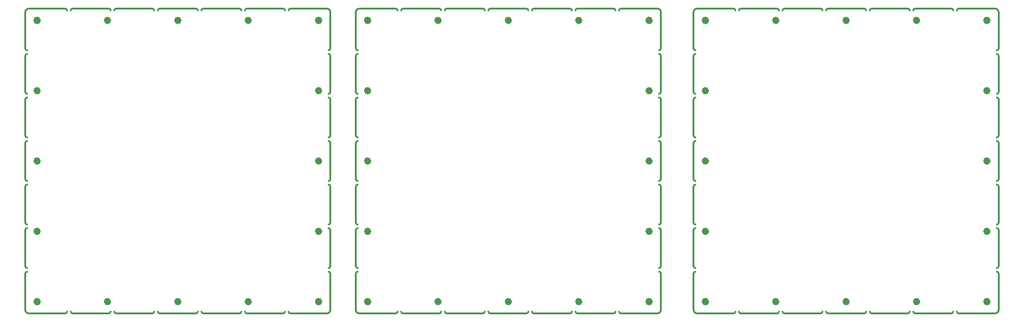
<source format=gbr>
%TF.GenerationSoftware,KiCad,Pcbnew,(6.0.6)*%
%TF.CreationDate,2022-07-03T21:37:38+02:00*%
%TF.ProjectId,stencil,7374656e-6369-46c2-9e6b-696361645f70,rev?*%
%TF.SameCoordinates,Original*%
%TF.FileFunction,Paste,Bot*%
%TF.FilePolarity,Positive*%
%FSLAX46Y46*%
G04 Gerber Fmt 4.6, Leading zero omitted, Abs format (unit mm)*
G04 Created by KiCad (PCBNEW (6.0.6)) date 2022-07-03 21:37:38*
%MOMM*%
%LPD*%
G01*
G04 APERTURE LIST*
%ADD10C,0.500000*%
%ADD11C,1.050000*%
%ADD12C,1.000000*%
G04 APERTURE END LIST*
D10*
X96000000Y-59000000D02*
G75*
G03*
X95500000Y-58500000I-500000J0D01*
G01*
X231000000Y-130000000D02*
G75*
G03*
X231500000Y-129500000I7J499993D01*
G01*
X267500014Y-46500000D02*
G75*
G03*
X267000000Y-46000000I-500007J-7D01*
G01*
X103500000Y-82500000D02*
G75*
G03*
X103000000Y-83000000I7J-500007D01*
G01*
X103500000Y-94500000D02*
G75*
G03*
X103000000Y-95000000I7J-500007D01*
G01*
X164000000Y-46000000D02*
X174000000Y-46000000D01*
D11*
X93275000Y-126750000D02*
G75*
G03*
X93275000Y-126750000I-525000J0D01*
G01*
D10*
X96000000Y-95000000D02*
G75*
G03*
X95500000Y-94500000I-500000J0D01*
G01*
X12000000Y-71000000D02*
X12000000Y-81000000D01*
D11*
X277275000Y-49250000D02*
G75*
G03*
X277275000Y-49250000I-525000J0D01*
G01*
D10*
X268500014Y-129500000D02*
G75*
G03*
X269000000Y-130000000I499993J-7D01*
G01*
X280000000Y-83000000D02*
X280000000Y-93000000D01*
X95000000Y-130000000D02*
G75*
G03*
X96000000Y-129000000I0J1000000D01*
G01*
X36500000Y-129500000D02*
G75*
G03*
X37000000Y-130000000I500000J0D01*
G01*
X47000000Y-130000000D02*
G75*
G03*
X47500000Y-129500000I0J500000D01*
G01*
X35500000Y-46500000D02*
G75*
G03*
X35000000Y-46000000I-500000J0D01*
G01*
X187000014Y-119000000D02*
G75*
G03*
X186500000Y-118500000I-500007J-7D01*
G01*
D12*
X277250000Y-68625000D02*
G75*
G03*
X277250000Y-68625000I-500000J0D01*
G01*
D10*
X96000000Y-71000000D02*
X96000000Y-81000000D01*
X269000000Y-130000000D02*
X279000000Y-130000000D01*
D12*
X73875000Y-126750000D02*
G75*
G03*
X73875000Y-126750000I-500000J0D01*
G01*
D11*
X106775000Y-49250000D02*
G75*
G03*
X106775000Y-49250000I-525000J0D01*
G01*
D10*
X221000000Y-46000000D02*
G75*
G03*
X220500000Y-46500000I7J-500007D01*
G01*
X49000000Y-46000000D02*
X59000000Y-46000000D01*
X47500000Y-46500000D02*
G75*
G03*
X47000000Y-46000000I-500000J0D01*
G01*
X12000000Y-93000000D02*
G75*
G03*
X12500000Y-93500000I500000J0D01*
G01*
X104000000Y-46000000D02*
G75*
G03*
X103000000Y-47000000I7J-1000007D01*
G01*
X196000014Y-69000000D02*
G75*
G03*
X196500000Y-69500000I499993J-7D01*
G01*
X280000000Y-95000000D02*
X280000000Y-105000000D01*
X128000000Y-46000000D02*
G75*
G03*
X127500000Y-46500000I7J-500007D01*
G01*
X187000014Y-71000000D02*
G75*
G03*
X186500000Y-70500000I-500007J-7D01*
G01*
X232500014Y-129500000D02*
G75*
G03*
X233000000Y-130000000I499993J-7D01*
G01*
X103000000Y-95000000D02*
X103000000Y-105000000D01*
X35000000Y-130000000D02*
G75*
G03*
X35500000Y-129500000I0J500000D01*
G01*
D12*
X15750000Y-68625000D02*
G75*
G03*
X15750000Y-68625000I-500000J0D01*
G01*
X164875000Y-49250000D02*
G75*
G03*
X164875000Y-49250000I-500000J0D01*
G01*
D10*
X140000000Y-46000000D02*
X150000000Y-46000000D01*
X244500014Y-129500000D02*
G75*
G03*
X245000000Y-130000000I499993J-7D01*
G01*
X96000000Y-47000000D02*
G75*
G03*
X95000000Y-46000000I-1000000J0D01*
G01*
X83500000Y-46500000D02*
G75*
G03*
X83000000Y-46000000I-500000J0D01*
G01*
X219500014Y-46500000D02*
G75*
G03*
X219000000Y-46000000I-500007J-7D01*
G01*
D11*
X199775000Y-49250000D02*
G75*
G03*
X199775000Y-49250000I-525000J0D01*
G01*
D10*
X73000000Y-130000000D02*
X83000000Y-130000000D01*
X176000000Y-46000000D02*
G75*
G03*
X175500000Y-46500000I7J-500007D01*
G01*
X233000000Y-130000000D02*
X243000000Y-130000000D01*
X280000000Y-107000000D02*
X280000000Y-117000000D01*
X196500000Y-82500000D02*
G75*
G03*
X196000000Y-83000000I7J-500007D01*
G01*
D12*
X257875000Y-126750000D02*
G75*
G03*
X257875000Y-126750000I-500000J0D01*
G01*
D10*
X221000000Y-46000000D02*
X231000000Y-46000000D01*
X233000000Y-46000000D02*
G75*
G03*
X232500000Y-46500000I7J-500007D01*
G01*
X96000000Y-119000000D02*
X96000000Y-129000000D01*
X104000000Y-46000000D02*
X114000000Y-46000000D01*
X280000000Y-47000000D02*
X280000000Y-57000000D01*
X116000000Y-130000000D02*
X126000000Y-130000000D01*
D12*
X164875000Y-126750000D02*
G75*
G03*
X164875000Y-126750000I-500000J0D01*
G01*
D10*
X12000000Y-129000000D02*
G75*
G03*
X13000000Y-130000000I1000000J0D01*
G01*
X13000000Y-46000000D02*
G75*
G03*
X12000000Y-47000000I0J-1000000D01*
G01*
X187000000Y-95000000D02*
X187000000Y-105000000D01*
X231500014Y-46500000D02*
G75*
G03*
X231000000Y-46000000I-500007J-7D01*
G01*
X174000000Y-130000000D02*
G75*
G03*
X174500000Y-129500000I7J499993D01*
G01*
X196000014Y-129000000D02*
G75*
G03*
X197000000Y-130000000I999993J-7D01*
G01*
X84500000Y-129500000D02*
G75*
G03*
X85000000Y-130000000I500000J0D01*
G01*
D11*
X277275000Y-126750000D02*
G75*
G03*
X277275000Y-126750000I-525000J0D01*
G01*
D10*
X12000000Y-69000000D02*
G75*
G03*
X12500000Y-69500000I500000J0D01*
G01*
X257000000Y-130000000D02*
X267000000Y-130000000D01*
D12*
X219125000Y-126750000D02*
G75*
G03*
X219125000Y-126750000I-500000J0D01*
G01*
D10*
X37000000Y-46000000D02*
X47000000Y-46000000D01*
X116000000Y-46000000D02*
G75*
G03*
X115500000Y-46500000I7J-500007D01*
G01*
X127500014Y-129500000D02*
G75*
G03*
X128000000Y-130000000I499993J-7D01*
G01*
X187000000Y-71000000D02*
X187000000Y-81000000D01*
D12*
X15750000Y-88000000D02*
G75*
G03*
X15750000Y-88000000I-500000J0D01*
G01*
D10*
X103000014Y-117000000D02*
G75*
G03*
X103500000Y-117500000I499993J-7D01*
G01*
X12500000Y-58500000D02*
G75*
G03*
X12000000Y-59000000I0J-500000D01*
G01*
X85000000Y-130000000D02*
X95000000Y-130000000D01*
X95500000Y-57500000D02*
G75*
G03*
X96000000Y-57000000I0J500000D01*
G01*
D12*
X54500000Y-126750000D02*
G75*
G03*
X54500000Y-126750000I-500000J0D01*
G01*
D10*
X103000000Y-59000000D02*
X103000000Y-69000000D01*
X196500000Y-106500000D02*
G75*
G03*
X196000000Y-107000000I7J-500007D01*
G01*
X12000000Y-81000000D02*
G75*
G03*
X12500000Y-81500000I500000J0D01*
G01*
X12500000Y-82500000D02*
G75*
G03*
X12000000Y-83000000I0J-500000D01*
G01*
X37000000Y-46000000D02*
G75*
G03*
X36500000Y-46500000I0J-500000D01*
G01*
X280000000Y-119000000D02*
X280000000Y-129000000D01*
X209000000Y-46000000D02*
G75*
G03*
X208500000Y-46500000I7J-500007D01*
G01*
X196500000Y-58500000D02*
G75*
G03*
X196000000Y-59000000I7J-500007D01*
G01*
D12*
X35125000Y-49250000D02*
G75*
G03*
X35125000Y-49250000I-500000J0D01*
G01*
D10*
X197000000Y-130000000D02*
X207000000Y-130000000D01*
X279500000Y-117500000D02*
G75*
G03*
X280000000Y-117000000I7J499993D01*
G01*
X280000014Y-119000000D02*
G75*
G03*
X279500000Y-118500000I-500007J-7D01*
G01*
X13000000Y-130000000D02*
X23000000Y-130000000D01*
D12*
X277250000Y-88000000D02*
G75*
G03*
X277250000Y-88000000I-500000J0D01*
G01*
D10*
X103000000Y-71000000D02*
X103000000Y-81000000D01*
X103000000Y-47000000D02*
X103000000Y-57000000D01*
X23500000Y-46500000D02*
G75*
G03*
X23000000Y-46000000I-500000J0D01*
G01*
X151500014Y-129500000D02*
G75*
G03*
X152000000Y-130000000I499993J-7D01*
G01*
X37000000Y-130000000D02*
X47000000Y-130000000D01*
X12500000Y-70500000D02*
G75*
G03*
X12000000Y-71000000I0J-500000D01*
G01*
X163500014Y-129500000D02*
G75*
G03*
X164000000Y-130000000I499993J-7D01*
G01*
X280000014Y-47000000D02*
G75*
G03*
X279000000Y-46000000I-1000007J-7D01*
G01*
X279000000Y-130000000D02*
G75*
G03*
X280000000Y-129000000I7J999993D01*
G01*
X187000014Y-95000000D02*
G75*
G03*
X186500000Y-94500000I-500007J-7D01*
G01*
X187000000Y-119000000D02*
X187000000Y-129000000D01*
X186500000Y-105500000D02*
G75*
G03*
X187000000Y-105000000I7J499993D01*
G01*
X25000000Y-130000000D02*
X35000000Y-130000000D01*
X114000000Y-130000000D02*
G75*
G03*
X114500000Y-129500000I7J499993D01*
G01*
D12*
X199750000Y-68625000D02*
G75*
G03*
X199750000Y-68625000I-500000J0D01*
G01*
X93250000Y-88000000D02*
G75*
G03*
X93250000Y-88000000I-500000J0D01*
G01*
X257875000Y-49250000D02*
G75*
G03*
X257875000Y-49250000I-500000J0D01*
G01*
D10*
X186500000Y-69500000D02*
G75*
G03*
X187000000Y-69000000I7J499993D01*
G01*
X12000000Y-107000000D02*
X12000000Y-117000000D01*
X280000014Y-59000000D02*
G75*
G03*
X279500000Y-58500000I-500007J-7D01*
G01*
X152000000Y-130000000D02*
X162000000Y-130000000D01*
X73000000Y-46000000D02*
G75*
G03*
X72500000Y-46500000I0J-500000D01*
G01*
X103000014Y-69000000D02*
G75*
G03*
X103500000Y-69500000I499993J-7D01*
G01*
X96000000Y-59000000D02*
X96000000Y-69000000D01*
X95500000Y-69500000D02*
G75*
G03*
X96000000Y-69000000I0J500000D01*
G01*
X196000000Y-107000000D02*
X196000000Y-117000000D01*
X187000000Y-59000000D02*
X187000000Y-69000000D01*
X197000000Y-46000000D02*
X207000000Y-46000000D01*
D12*
X184250000Y-68625000D02*
G75*
G03*
X184250000Y-68625000I-500000J0D01*
G01*
D10*
X96000000Y-71000000D02*
G75*
G03*
X95500000Y-70500000I-500000J0D01*
G01*
X209000000Y-130000000D02*
X219000000Y-130000000D01*
X12000000Y-47000000D02*
X12000000Y-57000000D01*
D12*
X238500000Y-126750000D02*
G75*
G03*
X238500000Y-126750000I-500000J0D01*
G01*
D10*
X138500014Y-46500000D02*
G75*
G03*
X138000000Y-46000000I-500007J-7D01*
G01*
X269000000Y-46000000D02*
G75*
G03*
X268500000Y-46500000I7J-500007D01*
G01*
X245000000Y-130000000D02*
X255000000Y-130000000D01*
X115500014Y-129500000D02*
G75*
G03*
X116000000Y-130000000I499993J-7D01*
G01*
X138000000Y-130000000D02*
G75*
G03*
X138500000Y-129500000I7J499993D01*
G01*
X186500000Y-117500000D02*
G75*
G03*
X187000000Y-117000000I7J499993D01*
G01*
X176000000Y-130000000D02*
X186000000Y-130000000D01*
D12*
X106750000Y-88000000D02*
G75*
G03*
X106750000Y-88000000I-500000J0D01*
G01*
D10*
X12000000Y-105000000D02*
G75*
G03*
X12500000Y-105500000I500000J0D01*
G01*
X245000000Y-46000000D02*
X255000000Y-46000000D01*
D11*
X199775000Y-126750000D02*
G75*
G03*
X199775000Y-126750000I-525000J0D01*
G01*
D10*
X103000014Y-105000000D02*
G75*
G03*
X103500000Y-105500000I499993J-7D01*
G01*
X196000014Y-105000000D02*
G75*
G03*
X196500000Y-105500000I499993J-7D01*
G01*
X12500000Y-118500000D02*
G75*
G03*
X12000000Y-119000000I0J-500000D01*
G01*
X25000000Y-46000000D02*
G75*
G03*
X24500000Y-46500000I0J-500000D01*
G01*
X233000000Y-46000000D02*
X243000000Y-46000000D01*
D12*
X126125000Y-126750000D02*
G75*
G03*
X126125000Y-126750000I-500000J0D01*
G01*
X199750000Y-107375000D02*
G75*
G03*
X199750000Y-107375000I-500000J0D01*
G01*
X277250000Y-107375000D02*
G75*
G03*
X277250000Y-107375000I-500000J0D01*
G01*
X54500000Y-49250000D02*
G75*
G03*
X54500000Y-49250000I-500000J0D01*
G01*
D10*
X279500000Y-93500000D02*
G75*
G03*
X280000000Y-93000000I7J499993D01*
G01*
X196500000Y-70500000D02*
G75*
G03*
X196000000Y-71000000I7J-500007D01*
G01*
X12000000Y-117000000D02*
G75*
G03*
X12500000Y-117500000I500000J0D01*
G01*
X103000000Y-83000000D02*
X103000000Y-93000000D01*
X12000000Y-59000000D02*
X12000000Y-69000000D01*
X59500000Y-46500000D02*
G75*
G03*
X59000000Y-46000000I-500000J0D01*
G01*
X12500000Y-94500000D02*
G75*
G03*
X12000000Y-95000000I0J-500000D01*
G01*
X126500014Y-46500000D02*
G75*
G03*
X126000000Y-46000000I-500007J-7D01*
G01*
D12*
X238500000Y-49250000D02*
G75*
G03*
X238500000Y-49250000I-500000J0D01*
G01*
D11*
X93275000Y-49250000D02*
G75*
G03*
X93275000Y-49250000I-525000J0D01*
G01*
D10*
X25000000Y-46000000D02*
X35000000Y-46000000D01*
X280000014Y-107000000D02*
G75*
G03*
X279500000Y-106500000I-500007J-7D01*
G01*
X197000000Y-46000000D02*
G75*
G03*
X196000000Y-47000000I7J-1000007D01*
G01*
X95500000Y-93500000D02*
G75*
G03*
X96000000Y-93000000I0J500000D01*
G01*
X255500014Y-46500000D02*
G75*
G03*
X255000000Y-46000000I-500007J-7D01*
G01*
X96000000Y-83000000D02*
G75*
G03*
X95500000Y-82500000I-500000J0D01*
G01*
X220500014Y-129500000D02*
G75*
G03*
X221000000Y-130000000I499993J-7D01*
G01*
X128000000Y-130000000D02*
X138000000Y-130000000D01*
X279500000Y-105500000D02*
G75*
G03*
X280000000Y-105000000I7J499993D01*
G01*
X139500014Y-129500000D02*
G75*
G03*
X140000000Y-130000000I499993J-7D01*
G01*
X96000000Y-107000000D02*
G75*
G03*
X95500000Y-106500000I-500000J0D01*
G01*
X103500000Y-118500000D02*
G75*
G03*
X103000000Y-119000000I7J-500007D01*
G01*
D12*
X93250000Y-68625000D02*
G75*
G03*
X93250000Y-68625000I-500000J0D01*
G01*
D10*
X150000000Y-130000000D02*
G75*
G03*
X150500000Y-129500000I7J499993D01*
G01*
X95500000Y-117500000D02*
G75*
G03*
X96000000Y-117000000I0J500000D01*
G01*
X186500000Y-93500000D02*
G75*
G03*
X187000000Y-93000000I7J499993D01*
G01*
X196000000Y-119000000D02*
X196000000Y-129000000D01*
X164000000Y-130000000D02*
X174000000Y-130000000D01*
X187000014Y-107000000D02*
G75*
G03*
X186500000Y-106500000I-500007J-7D01*
G01*
X71000000Y-130000000D02*
G75*
G03*
X71500000Y-129500000I0J500000D01*
G01*
X196000000Y-59000000D02*
X196000000Y-69000000D01*
X243000000Y-130000000D02*
G75*
G03*
X243500000Y-129500000I7J499993D01*
G01*
X103000000Y-119000000D02*
X103000000Y-129000000D01*
X176000000Y-46000000D02*
X186000000Y-46000000D01*
X207000000Y-130000000D02*
G75*
G03*
X207500000Y-129500000I7J499993D01*
G01*
X104000000Y-130000000D02*
X114000000Y-130000000D01*
X61000000Y-46000000D02*
X71000000Y-46000000D01*
X73000000Y-46000000D02*
X83000000Y-46000000D01*
X280000000Y-71000000D02*
X280000000Y-81000000D01*
X175500014Y-129500000D02*
G75*
G03*
X176000000Y-130000000I499993J-7D01*
G01*
X103500000Y-58500000D02*
G75*
G03*
X103000000Y-59000000I7J-500007D01*
G01*
D12*
X15750000Y-107375000D02*
G75*
G03*
X15750000Y-107375000I-500000J0D01*
G01*
D10*
X162000000Y-130000000D02*
G75*
G03*
X162500000Y-129500000I7J499993D01*
G01*
X221000000Y-130000000D02*
X231000000Y-130000000D01*
X12000000Y-119000000D02*
X12000000Y-129000000D01*
D11*
X106775000Y-126750000D02*
G75*
G03*
X106775000Y-126750000I-525000J0D01*
G01*
D12*
X126125000Y-49250000D02*
G75*
G03*
X126125000Y-49250000I-500000J0D01*
G01*
D10*
X152000000Y-46000000D02*
X162000000Y-46000000D01*
X103000014Y-93000000D02*
G75*
G03*
X103500000Y-93500000I499993J-7D01*
G01*
X196000000Y-95000000D02*
X196000000Y-105000000D01*
X96000000Y-47000000D02*
X96000000Y-57000000D01*
X49000000Y-46000000D02*
G75*
G03*
X48500000Y-46500000I0J-500000D01*
G01*
X279500000Y-57500000D02*
G75*
G03*
X280000000Y-57000000I7J499993D01*
G01*
X280000014Y-83000000D02*
G75*
G03*
X279500000Y-82500000I-500007J-7D01*
G01*
X24500000Y-129500000D02*
G75*
G03*
X25000000Y-130000000I500000J0D01*
G01*
X152000000Y-46000000D02*
G75*
G03*
X151500000Y-46500000I7J-500007D01*
G01*
X72500000Y-129500000D02*
G75*
G03*
X73000000Y-130000000I500000J0D01*
G01*
X103000000Y-107000000D02*
X103000000Y-117000000D01*
X196500000Y-94500000D02*
G75*
G03*
X196000000Y-95000000I7J-500007D01*
G01*
X103500000Y-106500000D02*
G75*
G03*
X103000000Y-107000000I7J-500007D01*
G01*
X255000000Y-130000000D02*
G75*
G03*
X255500000Y-129500000I7J499993D01*
G01*
X48500000Y-129500000D02*
G75*
G03*
X49000000Y-130000000I500000J0D01*
G01*
D12*
X106750000Y-68625000D02*
G75*
G03*
X106750000Y-68625000I-500000J0D01*
G01*
D11*
X184275000Y-126750000D02*
G75*
G03*
X184275000Y-126750000I-525000J0D01*
G01*
D10*
X243500014Y-46500000D02*
G75*
G03*
X243000000Y-46000000I-500007J-7D01*
G01*
X209000000Y-46000000D02*
X219000000Y-46000000D01*
X150500014Y-46500000D02*
G75*
G03*
X150000000Y-46000000I-500007J-7D01*
G01*
X280000014Y-95000000D02*
G75*
G03*
X279500000Y-94500000I-500007J-7D01*
G01*
X96000000Y-83000000D02*
X96000000Y-93000000D01*
X85000000Y-46000000D02*
X95000000Y-46000000D01*
X126000000Y-130000000D02*
G75*
G03*
X126500000Y-129500000I7J499993D01*
G01*
X59000000Y-130000000D02*
G75*
G03*
X59500000Y-129500000I0J500000D01*
G01*
X49000000Y-130000000D02*
X59000000Y-130000000D01*
X267000000Y-130000000D02*
G75*
G03*
X267500000Y-129500000I7J499993D01*
G01*
X187000000Y-83000000D02*
X187000000Y-93000000D01*
D12*
X184250000Y-88000000D02*
G75*
G03*
X184250000Y-88000000I-500000J0D01*
G01*
X184250000Y-107375000D02*
G75*
G03*
X184250000Y-107375000I-500000J0D01*
G01*
D10*
X280000014Y-71000000D02*
G75*
G03*
X279500000Y-70500000I-500007J-7D01*
G01*
X196000000Y-47000000D02*
X196000000Y-57000000D01*
D12*
X145500000Y-49250000D02*
G75*
G03*
X145500000Y-49250000I-500000J0D01*
G01*
D10*
X61000000Y-46000000D02*
G75*
G03*
X60500000Y-46500000I0J-500000D01*
G01*
X95500000Y-81500000D02*
G75*
G03*
X96000000Y-81000000I0J500000D01*
G01*
X269000000Y-46000000D02*
X279000000Y-46000000D01*
D12*
X219125000Y-49250000D02*
G75*
G03*
X219125000Y-49250000I-500000J0D01*
G01*
D10*
X116000000Y-46000000D02*
X126000000Y-46000000D01*
X96000000Y-119000000D02*
G75*
G03*
X95500000Y-118500000I-500000J0D01*
G01*
X187000014Y-83000000D02*
G75*
G03*
X186500000Y-82500000I-500007J-7D01*
G01*
X162500014Y-46500000D02*
G75*
G03*
X162000000Y-46000000I-500007J-7D01*
G01*
X245000000Y-46000000D02*
G75*
G03*
X244500000Y-46500000I7J-500007D01*
G01*
X196000014Y-81000000D02*
G75*
G03*
X196500000Y-81500000I499993J-7D01*
G01*
X71500000Y-46500000D02*
G75*
G03*
X71000000Y-46000000I-500000J0D01*
G01*
X13000000Y-46000000D02*
X23000000Y-46000000D01*
X174500014Y-46500000D02*
G75*
G03*
X174000000Y-46000000I-500007J-7D01*
G01*
X12500000Y-106500000D02*
G75*
G03*
X12000000Y-107000000I0J-500000D01*
G01*
X61000000Y-130000000D02*
X71000000Y-130000000D01*
X187000014Y-47000000D02*
G75*
G03*
X186000000Y-46000000I-1000007J-7D01*
G01*
D11*
X15775000Y-126750000D02*
G75*
G03*
X15775000Y-126750000I-525000J0D01*
G01*
D10*
X207500014Y-46500000D02*
G75*
G03*
X207000000Y-46000000I-500007J-7D01*
G01*
X257000000Y-46000000D02*
G75*
G03*
X256500000Y-46500000I7J-500007D01*
G01*
X196000000Y-83000000D02*
X196000000Y-93000000D01*
X196000014Y-93000000D02*
G75*
G03*
X196500000Y-93500000I499993J-7D01*
G01*
X60500000Y-129500000D02*
G75*
G03*
X61000000Y-130000000I500000J0D01*
G01*
X187000000Y-107000000D02*
X187000000Y-117000000D01*
D12*
X106750000Y-107375000D02*
G75*
G03*
X106750000Y-107375000I-500000J0D01*
G01*
D10*
X219000000Y-130000000D02*
G75*
G03*
X219500000Y-129500000I7J499993D01*
G01*
D12*
X73875000Y-49250000D02*
G75*
G03*
X73875000Y-49250000I-500000J0D01*
G01*
D10*
X256500014Y-129500000D02*
G75*
G03*
X257000000Y-130000000I499993J-7D01*
G01*
X103500000Y-70500000D02*
G75*
G03*
X103000000Y-71000000I7J-500007D01*
G01*
X187000014Y-59000000D02*
G75*
G03*
X186500000Y-58500000I-500007J-7D01*
G01*
X196500000Y-118500000D02*
G75*
G03*
X196000000Y-119000000I7J-500007D01*
G01*
D12*
X93250000Y-107375000D02*
G75*
G03*
X93250000Y-107375000I-500000J0D01*
G01*
D11*
X184275000Y-49250000D02*
G75*
G03*
X184275000Y-49250000I-525000J0D01*
G01*
D10*
X140000000Y-130000000D02*
X150000000Y-130000000D01*
X187000000Y-47000000D02*
X187000000Y-57000000D01*
X128000000Y-46000000D02*
X138000000Y-46000000D01*
X280000000Y-59000000D02*
X280000000Y-69000000D01*
X96000000Y-107000000D02*
X96000000Y-117000000D01*
X186000000Y-130000000D02*
G75*
G03*
X187000000Y-129000000I7J999993D01*
G01*
X196000000Y-71000000D02*
X196000000Y-81000000D01*
D11*
X15775000Y-49250000D02*
G75*
G03*
X15775000Y-49250000I-525000J0D01*
G01*
D12*
X199750000Y-88000000D02*
G75*
G03*
X199750000Y-88000000I-500000J0D01*
G01*
D10*
X12000000Y-83000000D02*
X12000000Y-93000000D01*
X279500000Y-69500000D02*
G75*
G03*
X280000000Y-69000000I7J499993D01*
G01*
D12*
X145500000Y-126750000D02*
G75*
G03*
X145500000Y-126750000I-500000J0D01*
G01*
D10*
X103000014Y-81000000D02*
G75*
G03*
X103500000Y-81500000I499993J-7D01*
G01*
X103000014Y-57000000D02*
G75*
G03*
X103500000Y-57500000I499993J-7D01*
G01*
X114500014Y-46500000D02*
G75*
G03*
X114000000Y-46000000I-500007J-7D01*
G01*
X12000000Y-95000000D02*
X12000000Y-105000000D01*
X279500000Y-81500000D02*
G75*
G03*
X280000000Y-81000000I7J499993D01*
G01*
X208500014Y-129500000D02*
G75*
G03*
X209000000Y-130000000I499993J-7D01*
G01*
D12*
X35125000Y-126750000D02*
G75*
G03*
X35125000Y-126750000I-500000J0D01*
G01*
D10*
X103000014Y-129000000D02*
G75*
G03*
X104000000Y-130000000I999993J-7D01*
G01*
X186500000Y-81500000D02*
G75*
G03*
X187000000Y-81000000I7J499993D01*
G01*
X164000000Y-46000000D02*
G75*
G03*
X163500000Y-46500000I7J-500007D01*
G01*
X85000000Y-46000000D02*
G75*
G03*
X84500000Y-46500000I0J-500000D01*
G01*
X186500000Y-57500000D02*
G75*
G03*
X187000000Y-57000000I7J499993D01*
G01*
X257000000Y-46000000D02*
X267000000Y-46000000D01*
X23000000Y-130000000D02*
G75*
G03*
X23500000Y-129500000I0J500000D01*
G01*
X12000000Y-57000000D02*
G75*
G03*
X12500000Y-57500000I500000J0D01*
G01*
X140000000Y-46000000D02*
G75*
G03*
X139500000Y-46500000I7J-500007D01*
G01*
X95500000Y-105500000D02*
G75*
G03*
X96000000Y-105000000I0J500000D01*
G01*
X196000014Y-117000000D02*
G75*
G03*
X196500000Y-117500000I499993J-7D01*
G01*
X83000000Y-130000000D02*
G75*
G03*
X83500000Y-129500000I0J500000D01*
G01*
X196000014Y-57000000D02*
G75*
G03*
X196500000Y-57500000I499993J-7D01*
G01*
X96000000Y-95000000D02*
X96000000Y-105000000D01*
M02*

</source>
